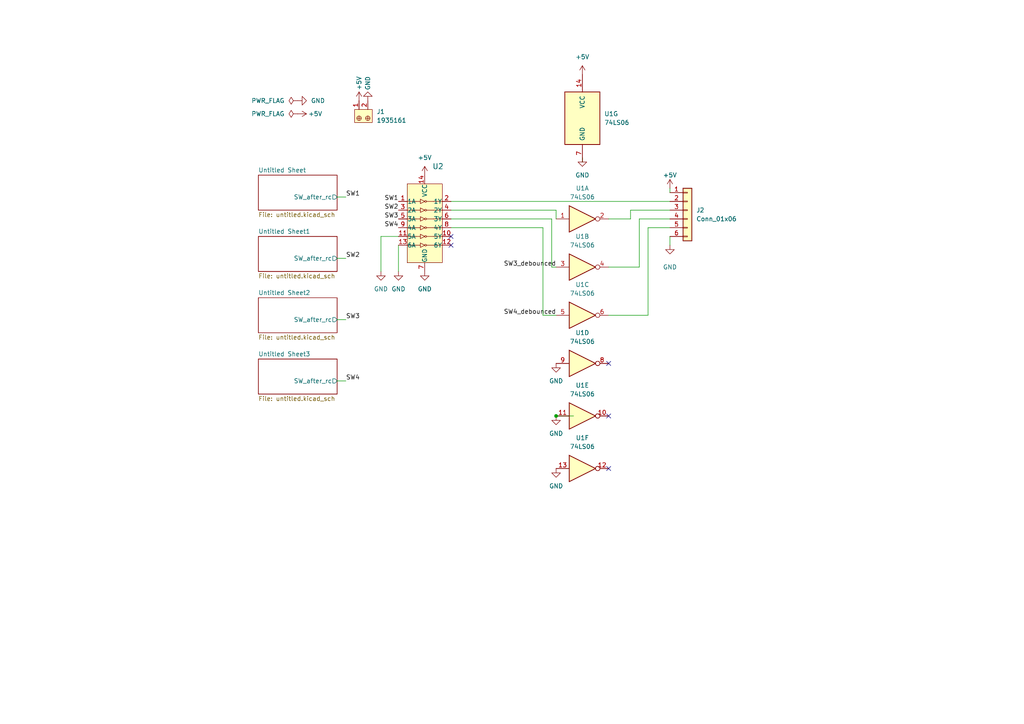
<source format=kicad_sch>
(kicad_sch (version 20230121) (generator eeschema)

  (uuid c1ca48d9-ccf5-4728-b041-a254d6a16158)

  (paper "A4")

  (lib_symbols
    (symbol "74xx:74LS06" (pin_names (offset 1.016)) (in_bom yes) (on_board yes)
      (property "Reference" "U" (at 0 1.27 0)
        (effects (font (size 1.27 1.27)))
      )
      (property "Value" "74LS06" (at 0 -1.27 0)
        (effects (font (size 1.27 1.27)))
      )
      (property "Footprint" "" (at 0 0 0)
        (effects (font (size 1.27 1.27)) hide)
      )
      (property "Datasheet" "http://www.ti.com/lit/gpn/sn74LS06" (at 0 0 0)
        (effects (font (size 1.27 1.27)) hide)
      )
      (property "ki_locked" "" (at 0 0 0)
        (effects (font (size 1.27 1.27)))
      )
      (property "ki_keywords" "TTL not inv OpenCol" (at 0 0 0)
        (effects (font (size 1.27 1.27)) hide)
      )
      (property "ki_description" "Inverter Open Collect" (at 0 0 0)
        (effects (font (size 1.27 1.27)) hide)
      )
      (property "ki_fp_filters" "DIP*W7.62mm*" (at 0 0 0)
        (effects (font (size 1.27 1.27)) hide)
      )
      (symbol "74LS06_1_0"
        (polyline
          (pts
            (xy -3.81 3.81)
            (xy -3.81 -3.81)
            (xy 3.81 0)
            (xy -3.81 3.81)
          )
          (stroke (width 0.254) (type default))
          (fill (type background))
        )
        (pin input line (at -7.62 0 0) (length 3.81)
          (name "~" (effects (font (size 1.27 1.27))))
          (number "1" (effects (font (size 1.27 1.27))))
        )
        (pin open_collector inverted (at 7.62 0 180) (length 3.81)
          (name "~" (effects (font (size 1.27 1.27))))
          (number "2" (effects (font (size 1.27 1.27))))
        )
      )
      (symbol "74LS06_2_0"
        (polyline
          (pts
            (xy -3.81 3.81)
            (xy -3.81 -3.81)
            (xy 3.81 0)
            (xy -3.81 3.81)
          )
          (stroke (width 0.254) (type default))
          (fill (type background))
        )
        (pin input line (at -7.62 0 0) (length 3.81)
          (name "~" (effects (font (size 1.27 1.27))))
          (number "3" (effects (font (size 1.27 1.27))))
        )
        (pin open_collector inverted (at 7.62 0 180) (length 3.81)
          (name "~" (effects (font (size 1.27 1.27))))
          (number "4" (effects (font (size 1.27 1.27))))
        )
      )
      (symbol "74LS06_3_0"
        (polyline
          (pts
            (xy -3.81 3.81)
            (xy -3.81 -3.81)
            (xy 3.81 0)
            (xy -3.81 3.81)
          )
          (stroke (width 0.254) (type default))
          (fill (type background))
        )
        (pin input line (at -7.62 0 0) (length 3.81)
          (name "~" (effects (font (size 1.27 1.27))))
          (number "5" (effects (font (size 1.27 1.27))))
        )
        (pin open_collector inverted (at 7.62 0 180) (length 3.81)
          (name "~" (effects (font (size 1.27 1.27))))
          (number "6" (effects (font (size 1.27 1.27))))
        )
      )
      (symbol "74LS06_4_0"
        (polyline
          (pts
            (xy -3.81 3.81)
            (xy -3.81 -3.81)
            (xy 3.81 0)
            (xy -3.81 3.81)
          )
          (stroke (width 0.254) (type default))
          (fill (type background))
        )
        (pin open_collector inverted (at 7.62 0 180) (length 3.81)
          (name "~" (effects (font (size 1.27 1.27))))
          (number "8" (effects (font (size 1.27 1.27))))
        )
        (pin input line (at -7.62 0 0) (length 3.81)
          (name "~" (effects (font (size 1.27 1.27))))
          (number "9" (effects (font (size 1.27 1.27))))
        )
      )
      (symbol "74LS06_5_0"
        (polyline
          (pts
            (xy -3.81 3.81)
            (xy -3.81 -3.81)
            (xy 3.81 0)
            (xy -3.81 3.81)
          )
          (stroke (width 0.254) (type default))
          (fill (type background))
        )
        (pin open_collector inverted (at 7.62 0 180) (length 3.81)
          (name "~" (effects (font (size 1.27 1.27))))
          (number "10" (effects (font (size 1.27 1.27))))
        )
        (pin input line (at -7.62 0 0) (length 3.81)
          (name "~" (effects (font (size 1.27 1.27))))
          (number "11" (effects (font (size 1.27 1.27))))
        )
      )
      (symbol "74LS06_6_0"
        (polyline
          (pts
            (xy -3.81 3.81)
            (xy -3.81 -3.81)
            (xy 3.81 0)
            (xy -3.81 3.81)
          )
          (stroke (width 0.254) (type default))
          (fill (type background))
        )
        (pin open_collector inverted (at 7.62 0 180) (length 3.81)
          (name "~" (effects (font (size 1.27 1.27))))
          (number "12" (effects (font (size 1.27 1.27))))
        )
        (pin input line (at -7.62 0 0) (length 3.81)
          (name "~" (effects (font (size 1.27 1.27))))
          (number "13" (effects (font (size 1.27 1.27))))
        )
      )
      (symbol "74LS06_7_0"
        (pin power_in line (at 0 12.7 270) (length 5.08)
          (name "VCC" (effects (font (size 1.27 1.27))))
          (number "14" (effects (font (size 1.27 1.27))))
        )
        (pin power_in line (at 0 -12.7 90) (length 5.08)
          (name "GND" (effects (font (size 1.27 1.27))))
          (number "7" (effects (font (size 1.27 1.27))))
        )
      )
      (symbol "74LS06_7_1"
        (rectangle (start -5.08 7.62) (end 5.08 -7.62)
          (stroke (width 0.254) (type default))
          (fill (type background))
        )
      )
    )
    (symbol "Connector_Generic:Conn_01x06" (pin_names (offset 1.016) hide) (in_bom yes) (on_board yes)
      (property "Reference" "J" (at 0 7.62 0)
        (effects (font (size 1.27 1.27)))
      )
      (property "Value" "Conn_01x06" (at 0 -10.16 0)
        (effects (font (size 1.27 1.27)))
      )
      (property "Footprint" "" (at 0 0 0)
        (effects (font (size 1.27 1.27)) hide)
      )
      (property "Datasheet" "~" (at 0 0 0)
        (effects (font (size 1.27 1.27)) hide)
      )
      (property "ki_keywords" "connector" (at 0 0 0)
        (effects (font (size 1.27 1.27)) hide)
      )
      (property "ki_description" "Generic connector, single row, 01x06, script generated (kicad-library-utils/schlib/autogen/connector/)" (at 0 0 0)
        (effects (font (size 1.27 1.27)) hide)
      )
      (property "ki_fp_filters" "Connector*:*_1x??_*" (at 0 0 0)
        (effects (font (size 1.27 1.27)) hide)
      )
      (symbol "Conn_01x06_1_1"
        (rectangle (start -1.27 -7.493) (end 0 -7.747)
          (stroke (width 0.1524) (type default))
          (fill (type none))
        )
        (rectangle (start -1.27 -4.953) (end 0 -5.207)
          (stroke (width 0.1524) (type default))
          (fill (type none))
        )
        (rectangle (start -1.27 -2.413) (end 0 -2.667)
          (stroke (width 0.1524) (type default))
          (fill (type none))
        )
        (rectangle (start -1.27 0.127) (end 0 -0.127)
          (stroke (width 0.1524) (type default))
          (fill (type none))
        )
        (rectangle (start -1.27 2.667) (end 0 2.413)
          (stroke (width 0.1524) (type default))
          (fill (type none))
        )
        (rectangle (start -1.27 5.207) (end 0 4.953)
          (stroke (width 0.1524) (type default))
          (fill (type none))
        )
        (rectangle (start -1.27 6.35) (end 1.27 -8.89)
          (stroke (width 0.254) (type default))
          (fill (type background))
        )
        (pin passive line (at -5.08 5.08 0) (length 3.81)
          (name "Pin_1" (effects (font (size 1.27 1.27))))
          (number "1" (effects (font (size 1.27 1.27))))
        )
        (pin passive line (at -5.08 2.54 0) (length 3.81)
          (name "Pin_2" (effects (font (size 1.27 1.27))))
          (number "2" (effects (font (size 1.27 1.27))))
        )
        (pin passive line (at -5.08 0 0) (length 3.81)
          (name "Pin_3" (effects (font (size 1.27 1.27))))
          (number "3" (effects (font (size 1.27 1.27))))
        )
        (pin passive line (at -5.08 -2.54 0) (length 3.81)
          (name "Pin_4" (effects (font (size 1.27 1.27))))
          (number "4" (effects (font (size 1.27 1.27))))
        )
        (pin passive line (at -5.08 -5.08 0) (length 3.81)
          (name "Pin_5" (effects (font (size 1.27 1.27))))
          (number "5" (effects (font (size 1.27 1.27))))
        )
        (pin passive line (at -5.08 -7.62 0) (length 3.81)
          (name "Pin_6" (effects (font (size 1.27 1.27))))
          (number "6" (effects (font (size 1.27 1.27))))
        )
      )
    )
    (symbol "dk_Logic-Gates-and-Inverters:SN74HC14N" (pin_names (offset 0.0254)) (in_bom yes) (on_board yes)
      (property "Reference" "U" (at -2.54 13.716 0)
        (effects (font (size 1.524 1.524)) (justify right))
      )
      (property "Value" "SN74HC14N" (at 0.254 -11.43 0)
        (effects (font (size 1.524 1.524)) (justify left))
      )
      (property "Footprint" "digikey-footprints:DIP-14_W3mm" (at 5.08 5.08 0)
        (effects (font (size 1.524 1.524)) (justify left) hide)
      )
      (property "Datasheet" "http://www.ti.com/general/docs/suppproductinfo.tsp?distId=10&gotoUrl=http%3A%2F%2Fwww.ti.com%2Flit%2Fgpn%2Fsn74hc14" (at 5.08 7.62 0)
        (effects (font (size 1.524 1.524)) (justify left) hide)
      )
      (property "Digi-Key_PN" "296-1577-5-ND" (at 5.08 10.16 0)
        (effects (font (size 1.524 1.524)) (justify left) hide)
      )
      (property "MPN" "SN74HC14N" (at 5.08 12.7 0)
        (effects (font (size 1.524 1.524)) (justify left) hide)
      )
      (property "Category" "Integrated Circuits (ICs)" (at 5.08 15.24 0)
        (effects (font (size 1.524 1.524)) (justify left) hide)
      )
      (property "Family" "Logic - Gates and Inverters" (at 5.08 17.78 0)
        (effects (font (size 1.524 1.524)) (justify left) hide)
      )
      (property "DK_Datasheet_Link" "http://www.ti.com/general/docs/suppproductinfo.tsp?distId=10&gotoUrl=http%3A%2F%2Fwww.ti.com%2Flit%2Fgpn%2Fsn74hc14" (at 5.08 20.32 0)
        (effects (font (size 1.524 1.524)) (justify left) hide)
      )
      (property "DK_Detail_Page" "/product-detail/en/texas-instruments/SN74HC14N/296-1577-5-ND/277223" (at 5.08 22.86 0)
        (effects (font (size 1.524 1.524)) (justify left) hide)
      )
      (property "Description" "IC INVERTER SCHMITT 6CH 14DIP" (at 5.08 25.4 0)
        (effects (font (size 1.524 1.524)) (justify left) hide)
      )
      (property "Manufacturer" "Texas Instruments" (at 5.08 27.94 0)
        (effects (font (size 1.524 1.524)) (justify left) hide)
      )
      (property "Status" "Active" (at 5.08 30.48 0)
        (effects (font (size 1.524 1.524)) (justify left) hide)
      )
      (property "ki_keywords" "296-1577-5-ND 74HC" (at 0 0 0)
        (effects (font (size 1.27 1.27)) hide)
      )
      (property "ki_description" "IC INVERTER SCHMITT 6CH 14DIP" (at 0 0 0)
        (effects (font (size 1.27 1.27)) hide)
      )
      (symbol "SN74HC14N_0_1"
        (rectangle (start -5.08 12.7) (end 5.08 -10.16)
          (stroke (width 0) (type solid))
          (fill (type background))
        )
        (polyline
          (pts
            (xy -2.54 -5.08)
            (xy -5.08 -5.08)
          )
          (stroke (width 0) (type solid))
          (fill (type none))
        )
        (polyline
          (pts
            (xy -2.54 -2.54)
            (xy -5.08 -2.54)
          )
          (stroke (width 0) (type solid))
          (fill (type none))
        )
        (polyline
          (pts
            (xy -2.54 -2.54)
            (xy -1.27 -2.54)
          )
          (stroke (width 0) (type solid))
          (fill (type none))
        )
        (polyline
          (pts
            (xy -2.54 0)
            (xy -5.08 0)
          )
          (stroke (width 0) (type solid))
          (fill (type none))
        )
        (polyline
          (pts
            (xy -2.54 2.54)
            (xy -5.08 2.54)
          )
          (stroke (width 0) (type solid))
          (fill (type none))
        )
        (polyline
          (pts
            (xy -2.54 2.54)
            (xy -1.27 2.54)
          )
          (stroke (width 0) (type solid))
          (fill (type none))
        )
        (polyline
          (pts
            (xy -2.54 5.08)
            (xy -5.08 5.08)
          )
          (stroke (width 0) (type solid))
          (fill (type none))
        )
        (polyline
          (pts
            (xy -2.54 7.62)
            (xy -5.08 7.62)
          )
          (stroke (width 0) (type solid))
          (fill (type none))
        )
        (polyline
          (pts
            (xy -1.27 -5.08)
            (xy -2.54 -5.08)
          )
          (stroke (width 0) (type solid))
          (fill (type none))
        )
        (polyline
          (pts
            (xy -1.27 0)
            (xy -2.54 0)
          )
          (stroke (width 0) (type solid))
          (fill (type none))
        )
        (polyline
          (pts
            (xy -1.27 5.08)
            (xy -2.54 5.08)
          )
          (stroke (width 0) (type solid))
          (fill (type none))
        )
        (polyline
          (pts
            (xy -1.27 7.62)
            (xy -2.54 7.62)
          )
          (stroke (width 0) (type solid))
          (fill (type none))
        )
        (polyline
          (pts
            (xy 0.508 -5.08)
            (xy 2.54 -5.08)
          )
          (stroke (width 0) (type solid))
          (fill (type none))
        )
        (polyline
          (pts
            (xy 0.508 0)
            (xy 2.54 0)
          )
          (stroke (width 0) (type solid))
          (fill (type none))
        )
        (polyline
          (pts
            (xy 0.508 2.54)
            (xy 2.54 2.54)
          )
          (stroke (width 0) (type solid))
          (fill (type none))
        )
        (polyline
          (pts
            (xy 0.508 5.08)
            (xy 2.54 5.08)
          )
          (stroke (width 0) (type solid))
          (fill (type none))
        )
        (polyline
          (pts
            (xy 2.54 -2.54)
            (xy 0.508 -2.54)
          )
          (stroke (width 0) (type solid))
          (fill (type none))
        )
        (polyline
          (pts
            (xy 2.54 7.62)
            (xy 0.508 7.62)
          )
          (stroke (width 0) (type solid))
          (fill (type none))
        )
        (polyline
          (pts
            (xy 5.08 -5.08)
            (xy 2.54 -5.08)
          )
          (stroke (width 0) (type solid))
          (fill (type none))
        )
        (polyline
          (pts
            (xy 5.08 -2.54)
            (xy 2.54 -2.54)
          )
          (stroke (width 0) (type solid))
          (fill (type none))
        )
        (polyline
          (pts
            (xy 5.08 0)
            (xy 2.54 0)
          )
          (stroke (width 0) (type solid))
          (fill (type none))
        )
        (polyline
          (pts
            (xy 5.08 2.54)
            (xy 2.54 2.54)
          )
          (stroke (width 0) (type solid))
          (fill (type none))
        )
        (polyline
          (pts
            (xy 5.08 5.08)
            (xy 2.54 5.08)
          )
          (stroke (width 0) (type solid))
          (fill (type none))
        )
        (polyline
          (pts
            (xy 5.08 7.62)
            (xy 2.54 7.62)
          )
          (stroke (width 0) (type solid))
          (fill (type none))
        )
        (polyline
          (pts
            (xy -1.27 -4.445)
            (xy -1.27 -5.715)
            (xy 0 -5.08)
            (xy -1.27 -4.445)
          )
          (stroke (width 0) (type solid))
          (fill (type none))
        )
        (polyline
          (pts
            (xy -1.27 -1.905)
            (xy -1.27 -3.175)
            (xy 0 -2.54)
            (xy -1.27 -1.905)
          )
          (stroke (width 0) (type solid))
          (fill (type none))
        )
        (polyline
          (pts
            (xy -1.27 0.635)
            (xy -1.27 -0.635)
            (xy 0 0)
            (xy -1.27 0.635)
          )
          (stroke (width 0) (type solid))
          (fill (type none))
        )
        (polyline
          (pts
            (xy -1.27 3.175)
            (xy -1.27 1.905)
            (xy 0 2.54)
            (xy -1.27 3.175)
          )
          (stroke (width 0) (type solid))
          (fill (type none))
        )
        (polyline
          (pts
            (xy -1.27 5.715)
            (xy -1.27 4.445)
            (xy 0 5.08)
            (xy -1.27 5.715)
          )
          (stroke (width 0) (type solid))
          (fill (type none))
        )
        (polyline
          (pts
            (xy -1.27 8.255)
            (xy -1.27 6.985)
            (xy 0 7.62)
            (xy -1.27 8.255)
          )
          (stroke (width 0) (type solid))
          (fill (type none))
        )
        (circle (center 0.254 -5.08) (radius 0.254)
          (stroke (width 0) (type solid))
          (fill (type none))
        )
        (circle (center 0.254 -2.54) (radius 0.254)
          (stroke (width 0) (type solid))
          (fill (type none))
        )
        (circle (center 0.254 0) (radius 0.254)
          (stroke (width 0) (type solid))
          (fill (type none))
        )
        (circle (center 0.254 2.54) (radius 0.254)
          (stroke (width 0) (type solid))
          (fill (type none))
        )
        (circle (center 0.254 5.08) (radius 0.254)
          (stroke (width 0) (type solid))
          (fill (type none))
        )
        (circle (center 0.254 7.62) (radius 0.254)
          (stroke (width 0) (type solid))
          (fill (type none))
        )
      )
      (symbol "SN74HC14N_1_1"
        (pin input line (at -7.62 7.62 0) (length 2.54)
          (name "1A" (effects (font (size 1.27 1.27))))
          (number "1" (effects (font (size 1.27 1.27))))
        )
        (pin output line (at 7.62 -2.54 180) (length 2.54)
          (name "5Y" (effects (font (size 1.27 1.27))))
          (number "10" (effects (font (size 1.27 1.27))))
        )
        (pin input line (at -7.62 -2.54 0) (length 2.54)
          (name "5A" (effects (font (size 1.27 1.27))))
          (number "11" (effects (font (size 1.27 1.27))))
        )
        (pin output line (at 7.62 -5.08 180) (length 2.54)
          (name "6Y" (effects (font (size 1.27 1.27))))
          (number "12" (effects (font (size 1.27 1.27))))
        )
        (pin input line (at -7.62 -5.08 0) (length 2.54)
          (name "6A" (effects (font (size 1.27 1.27))))
          (number "13" (effects (font (size 1.27 1.27))))
        )
        (pin power_in line (at 0 15.24 270) (length 2.54)
          (name "VCC" (effects (font (size 1.27 1.27))))
          (number "14" (effects (font (size 1.27 1.27))))
        )
        (pin output line (at 7.62 7.62 180) (length 2.54)
          (name "1Y" (effects (font (size 1.27 1.27))))
          (number "2" (effects (font (size 1.27 1.27))))
        )
        (pin input line (at -7.62 5.08 0) (length 2.54)
          (name "2A" (effects (font (size 1.27 1.27))))
          (number "3" (effects (font (size 1.27 1.27))))
        )
        (pin output line (at 7.62 5.08 180) (length 2.54)
          (name "2Y" (effects (font (size 1.27 1.27))))
          (number "4" (effects (font (size 1.27 1.27))))
        )
        (pin input line (at -7.62 2.54 0) (length 2.54)
          (name "3A" (effects (font (size 1.27 1.27))))
          (number "5" (effects (font (size 1.27 1.27))))
        )
        (pin output line (at 7.62 2.54 180) (length 2.54)
          (name "3Y" (effects (font (size 1.27 1.27))))
          (number "6" (effects (font (size 1.27 1.27))))
        )
        (pin power_in line (at 0 -12.7 90) (length 2.54)
          (name "GND" (effects (font (size 1.27 1.27))))
          (number "7" (effects (font (size 1.27 1.27))))
        )
        (pin output line (at 7.62 0 180) (length 2.54)
          (name "4Y" (effects (font (size 1.27 1.27))))
          (number "8" (effects (font (size 1.27 1.27))))
        )
        (pin input line (at -7.62 0 0) (length 2.54)
          (name "4A" (effects (font (size 1.27 1.27))))
          (number "9" (effects (font (size 1.27 1.27))))
        )
      )
    )
    (symbol "dk_Terminal-Blocks-Wire-to-Board:1935161" (pin_names (offset 1.016)) (in_bom yes) (on_board yes)
      (property "Reference" "J" (at -1.27 5.08 0)
        (effects (font (size 1.27 1.27)) (justify right))
      )
      (property "Value" "1935161" (at 1.27 -2.54 0)
        (effects (font (size 1.27 1.27)))
      )
      (property "Footprint" "digikey-footprints:Terminal_Block_D1.3mm_P5mm" (at 5.08 5.08 0)
        (effects (font (size 1.524 1.524)) (justify left) hide)
      )
      (property "Datasheet" "https://media.digikey.com/pdf/Data%20Sheets/Phoenix%20Contact%20PDFs/1935161.pdf" (at 5.08 7.62 0)
        (effects (font (size 1.524 1.524)) (justify left) hide)
      )
      (property "Digi-Key_PN" "277-1667-ND" (at 5.08 10.16 0)
        (effects (font (size 1.524 1.524)) (justify left) hide)
      )
      (property "MPN" "1935161" (at 5.08 12.7 0)
        (effects (font (size 1.524 1.524)) (justify left) hide)
      )
      (property "Category" "Connectors, Interconnects" (at 5.08 15.24 0)
        (effects (font (size 1.524 1.524)) (justify left) hide)
      )
      (property "Family" "Terminal Blocks - Wire to Board" (at 5.08 17.78 0)
        (effects (font (size 1.524 1.524)) (justify left) hide)
      )
      (property "DK_Datasheet_Link" "https://media.digikey.com/pdf/Data%20Sheets/Phoenix%20Contact%20PDFs/1935161.pdf" (at 5.08 20.32 0)
        (effects (font (size 1.524 1.524)) (justify left) hide)
      )
      (property "DK_Detail_Page" "/product-detail/en/phoenix-contact/1935161/277-1667-ND/568614" (at 5.08 22.86 0)
        (effects (font (size 1.524 1.524)) (justify left) hide)
      )
      (property "Description" "TERM BLK 2POS SIDE ENTRY 5MM PCB" (at 5.08 25.4 0)
        (effects (font (size 1.524 1.524)) (justify left) hide)
      )
      (property "Manufacturer" "Phoenix Contact" (at 5.08 27.94 0)
        (effects (font (size 1.524 1.524)) (justify left) hide)
      )
      (property "Status" "Active" (at 5.08 30.48 0)
        (effects (font (size 1.524 1.524)) (justify left) hide)
      )
      (property "ki_keywords" "277-1667-ND COMBICON PT" (at 0 0 0)
        (effects (font (size 1.27 1.27)) hide)
      )
      (property "ki_description" "TERM BLK 2POS SIDE ENTRY 5MM PCB" (at 0 0 0)
        (effects (font (size 1.27 1.27)) hide)
      )
      (symbol "1935161_0_1"
        (rectangle (start -1.27 2.54) (end 3.81 -1.27)
          (stroke (width 0) (type solid))
          (fill (type background))
        )
        (polyline
          (pts
            (xy 0 0.635)
            (xy 0 -0.635)
          )
          (stroke (width 0) (type solid))
          (fill (type none))
        )
        (polyline
          (pts
            (xy 0.635 0)
            (xy -0.635 0)
          )
          (stroke (width 0) (type solid))
          (fill (type none))
        )
        (polyline
          (pts
            (xy 1.905 0)
            (xy 3.175 0)
          )
          (stroke (width 0) (type solid))
          (fill (type none))
        )
        (polyline
          (pts
            (xy 2.54 0.635)
            (xy 2.54 -0.635)
          )
          (stroke (width 0) (type solid))
          (fill (type none))
        )
        (circle (center 0 0) (radius 0.635)
          (stroke (width 0) (type solid))
          (fill (type none))
        )
        (circle (center 2.54 0) (radius 0.635)
          (stroke (width 0) (type solid))
          (fill (type none))
        )
      )
      (symbol "1935161_1_1"
        (pin passive line (at 0 5.08 270) (length 2.54)
          (name "~" (effects (font (size 1.27 1.27))))
          (number "1" (effects (font (size 1.27 1.27))))
        )
        (pin passive line (at 2.54 5.08 270) (length 2.54)
          (name "~" (effects (font (size 1.27 1.27))))
          (number "2" (effects (font (size 1.27 1.27))))
        )
      )
    )
    (symbol "power:+5V" (power) (pin_names (offset 0)) (in_bom yes) (on_board yes)
      (property "Reference" "#PWR" (at 0 -3.81 0)
        (effects (font (size 1.27 1.27)) hide)
      )
      (property "Value" "+5V" (at 0 3.556 0)
        (effects (font (size 1.27 1.27)))
      )
      (property "Footprint" "" (at 0 0 0)
        (effects (font (size 1.27 1.27)) hide)
      )
      (property "Datasheet" "" (at 0 0 0)
        (effects (font (size 1.27 1.27)) hide)
      )
      (property "ki_keywords" "global power" (at 0 0 0)
        (effects (font (size 1.27 1.27)) hide)
      )
      (property "ki_description" "Power symbol creates a global label with name \"+5V\"" (at 0 0 0)
        (effects (font (size 1.27 1.27)) hide)
      )
      (symbol "+5V_0_1"
        (polyline
          (pts
            (xy -0.762 1.27)
            (xy 0 2.54)
          )
          (stroke (width 0) (type default))
          (fill (type none))
        )
        (polyline
          (pts
            (xy 0 0)
            (xy 0 2.54)
          )
          (stroke (width 0) (type default))
          (fill (type none))
        )
        (polyline
          (pts
            (xy 0 2.54)
            (xy 0.762 1.27)
          )
          (stroke (width 0) (type default))
          (fill (type none))
        )
      )
      (symbol "+5V_1_1"
        (pin power_in line (at 0 0 90) (length 0) hide
          (name "+5V" (effects (font (size 1.27 1.27))))
          (number "1" (effects (font (size 1.27 1.27))))
        )
      )
    )
    (symbol "power:GND" (power) (pin_names (offset 0)) (in_bom yes) (on_board yes)
      (property "Reference" "#PWR" (at 0 -6.35 0)
        (effects (font (size 1.27 1.27)) hide)
      )
      (property "Value" "GND" (at 0 -3.81 0)
        (effects (font (size 1.27 1.27)))
      )
      (property "Footprint" "" (at 0 0 0)
        (effects (font (size 1.27 1.27)) hide)
      )
      (property "Datasheet" "" (at 0 0 0)
        (effects (font (size 1.27 1.27)) hide)
      )
      (property "ki_keywords" "global power" (at 0 0 0)
        (effects (font (size 1.27 1.27)) hide)
      )
      (property "ki_description" "Power symbol creates a global label with name \"GND\" , ground" (at 0 0 0)
        (effects (font (size 1.27 1.27)) hide)
      )
      (symbol "GND_0_1"
        (polyline
          (pts
            (xy 0 0)
            (xy 0 -1.27)
            (xy 1.27 -1.27)
            (xy 0 -2.54)
            (xy -1.27 -1.27)
            (xy 0 -1.27)
          )
          (stroke (width 0) (type default))
          (fill (type none))
        )
      )
      (symbol "GND_1_1"
        (pin power_in line (at 0 0 270) (length 0) hide
          (name "GND" (effects (font (size 1.27 1.27))))
          (number "1" (effects (font (size 1.27 1.27))))
        )
      )
    )
    (symbol "power:PWR_FLAG" (power) (pin_numbers hide) (pin_names (offset 0) hide) (in_bom yes) (on_board yes)
      (property "Reference" "#FLG" (at 0 1.905 0)
        (effects (font (size 1.27 1.27)) hide)
      )
      (property "Value" "PWR_FLAG" (at 0 3.81 0)
        (effects (font (size 1.27 1.27)))
      )
      (property "Footprint" "" (at 0 0 0)
        (effects (font (size 1.27 1.27)) hide)
      )
      (property "Datasheet" "~" (at 0 0 0)
        (effects (font (size 1.27 1.27)) hide)
      )
      (property "ki_keywords" "flag power" (at 0 0 0)
        (effects (font (size 1.27 1.27)) hide)
      )
      (property "ki_description" "Special symbol for telling ERC where power comes from" (at 0 0 0)
        (effects (font (size 1.27 1.27)) hide)
      )
      (symbol "PWR_FLAG_0_0"
        (pin power_out line (at 0 0 90) (length 0)
          (name "pwr" (effects (font (size 1.27 1.27))))
          (number "1" (effects (font (size 1.27 1.27))))
        )
      )
      (symbol "PWR_FLAG_0_1"
        (polyline
          (pts
            (xy 0 0)
            (xy 0 1.27)
            (xy -1.016 1.905)
            (xy 0 2.54)
            (xy 1.016 1.905)
            (xy 0 1.27)
          )
          (stroke (width 0) (type default))
          (fill (type none))
        )
      )
    )
  )

  (junction (at 161.29 120.65) (diameter 0) (color 0 0 0 0)
    (uuid ced947c0-4962-4b9b-9bf1-63805792748d)
  )

  (no_connect (at 130.81 71.12) (uuid 0871175e-5a15-4de7-af06-326d8367e2e6))
  (no_connect (at 176.53 105.41) (uuid 14cd0e46-1ab3-46f0-9b4c-e0ac25e55d09))
  (no_connect (at 130.81 68.58) (uuid 1585b387-b5ce-42a1-bc8e-c9aa9770d18d))
  (no_connect (at 176.53 135.89) (uuid 5c48e229-254a-4d4c-962b-dc280488bea1))
  (no_connect (at 176.53 120.65) (uuid ae830387-e38d-474a-9090-67b26badec2f))

  (wire (pts (xy 110.49 68.58) (xy 115.57 68.58))
    (stroke (width 0) (type default))
    (uuid 01036d01-6c6e-457d-8c13-51fc91697bbc)
  )
  (wire (pts (xy 187.96 91.44) (xy 187.96 66.04))
    (stroke (width 0) (type default))
    (uuid 0dbcb992-abc8-4cdd-a472-709973c19d33)
  )
  (wire (pts (xy 161.29 60.96) (xy 161.29 63.5))
    (stroke (width 0) (type default))
    (uuid 1090f8eb-c5b4-4e4b-b1fb-b3cf4c6619f5)
  )
  (wire (pts (xy 157.48 91.44) (xy 161.29 91.44))
    (stroke (width 0) (type default))
    (uuid 16e64cf1-9c89-4163-b7fc-ab55cda28af8)
  )
  (wire (pts (xy 176.53 63.5) (xy 182.88 63.5))
    (stroke (width 0) (type default))
    (uuid 241e9afa-0943-4bf0-abdb-7796921bb526)
  )
  (wire (pts (xy 187.96 66.04) (xy 194.31 66.04))
    (stroke (width 0) (type default))
    (uuid 31414c8e-d14b-482e-a13b-42a95ebef02a)
  )
  (wire (pts (xy 185.42 77.47) (xy 185.42 63.5))
    (stroke (width 0) (type default))
    (uuid 396ced86-4191-4884-b146-309409de37f0)
  )
  (wire (pts (xy 97.79 74.93) (xy 100.33 74.93))
    (stroke (width 0) (type default))
    (uuid 459a986d-d154-4375-9e3c-e88216bbf0a7)
  )
  (wire (pts (xy 182.88 63.5) (xy 182.88 60.96))
    (stroke (width 0) (type default))
    (uuid 46b912dd-3af2-4b25-8e02-650bce55da51)
  )
  (wire (pts (xy 130.81 60.96) (xy 161.29 60.96))
    (stroke (width 0) (type default))
    (uuid 49d6cb8c-c271-48fa-83c1-55df46e7cee5)
  )
  (wire (pts (xy 160.02 63.5) (xy 160.02 77.47))
    (stroke (width 0) (type default))
    (uuid 54ab71d5-0007-4d56-91c3-635029ddb216)
  )
  (wire (pts (xy 97.79 92.71) (xy 100.33 92.71))
    (stroke (width 0) (type default))
    (uuid 5f81b071-425a-4fe3-b0ae-8a92526e93f6)
  )
  (wire (pts (xy 97.79 110.49) (xy 100.33 110.49))
    (stroke (width 0) (type default))
    (uuid 661a6a8e-0550-44ff-ac90-9d169f4c53de)
  )
  (wire (pts (xy 110.49 78.74) (xy 110.49 68.58))
    (stroke (width 0) (type default))
    (uuid 73c1f21b-b249-44c0-904a-04bfb3ece045)
  )
  (wire (pts (xy 185.42 63.5) (xy 194.31 63.5))
    (stroke (width 0) (type default))
    (uuid 8b9cdca7-ac57-491c-8b55-fbc9b1b0d21e)
  )
  (wire (pts (xy 161.29 120.65) (xy 166.37 120.65))
    (stroke (width 0) (type default))
    (uuid 97edf4fc-e7b1-46bf-b7b4-46c6114703c7)
  )
  (wire (pts (xy 194.31 55.88) (xy 194.31 54.61))
    (stroke (width 0) (type default))
    (uuid a984ee29-944e-4817-851f-5673722885c4)
  )
  (wire (pts (xy 168.91 46.99) (xy 168.91 45.72))
    (stroke (width 0) (type default))
    (uuid b280bd15-f24b-4191-be9e-7ba37aa31e62)
  )
  (wire (pts (xy 130.81 58.42) (xy 194.31 58.42))
    (stroke (width 0) (type default))
    (uuid b8680b16-661a-4e19-911a-c35d4f64e0cf)
  )
  (wire (pts (xy 130.81 66.04) (xy 157.48 66.04))
    (stroke (width 0) (type default))
    (uuid bb9b4fbe-70ef-4091-b1a6-9113770fb548)
  )
  (wire (pts (xy 115.57 71.12) (xy 115.57 78.74))
    (stroke (width 0) (type default))
    (uuid bbbaa9e3-df03-4bf3-b0b0-89efcda004a6)
  )
  (wire (pts (xy 160.02 77.47) (xy 161.29 77.47))
    (stroke (width 0) (type default))
    (uuid be58404f-3b91-4fa8-8aa5-ab9e834eb2be)
  )
  (wire (pts (xy 182.88 60.96) (xy 194.31 60.96))
    (stroke (width 0) (type default))
    (uuid bf1f58a4-3cd5-4cf4-a996-22a949c7e6d1)
  )
  (wire (pts (xy 157.48 66.04) (xy 157.48 91.44))
    (stroke (width 0) (type default))
    (uuid c25447e0-9387-4143-bd6e-d4a490e4c6aa)
  )
  (wire (pts (xy 194.31 68.58) (xy 194.31 71.12))
    (stroke (width 0) (type default))
    (uuid d3fb23a1-0ccb-4d17-b501-ad7f605802b6)
  )
  (wire (pts (xy 97.79 57.15) (xy 100.33 57.15))
    (stroke (width 0) (type default))
    (uuid f43fb9c5-d888-464c-a9bd-aa5dd746c617)
  )
  (wire (pts (xy 176.53 91.44) (xy 187.96 91.44))
    (stroke (width 0) (type default))
    (uuid f994a97b-88ec-4c96-b638-08ea62b0070d)
  )
  (wire (pts (xy 130.81 63.5) (xy 160.02 63.5))
    (stroke (width 0) (type default))
    (uuid fd004644-0f17-48e7-b791-7b702299a438)
  )
  (wire (pts (xy 176.53 77.47) (xy 185.42 77.47))
    (stroke (width 0) (type default))
    (uuid febb2a6d-ab22-416d-bbb2-b9315a94c704)
  )

  (label "SW4_debounced" (at 161.29 91.44 180) (fields_autoplaced)
    (effects (font (size 1.27 1.27)) (justify right bottom))
    (uuid 0b7d6ecd-e693-4a81-bf87-6df531f1a5e7)
  )
  (label "SW3_debounced" (at 161.29 77.47 180) (fields_autoplaced)
    (effects (font (size 1.27 1.27)) (justify right bottom))
    (uuid 0df31b04-ad1d-4fc9-bf3d-14e4f40129a3)
  )
  (label "SW3" (at 115.57 63.5 180) (fields_autoplaced)
    (effects (font (size 1.27 1.27)) (justify right bottom))
    (uuid 7ace4a12-fd5a-4a96-a05a-2593ee35d6a9)
  )
  (label "SW2" (at 115.57 60.96 180) (fields_autoplaced)
    (effects (font (size 1.27 1.27)) (justify right bottom))
    (uuid 8cfd2180-e19c-495a-81b4-f2f30ae3b133)
  )
  (label "SW1" (at 100.33 57.15 0) (fields_autoplaced)
    (effects (font (size 1.27 1.27)) (justify left bottom))
    (uuid 8dfb5274-4746-4380-9d01-896524bed76d)
  )
  (label "SW2" (at 100.33 74.93 0) (fields_autoplaced)
    (effects (font (size 1.27 1.27)) (justify left bottom))
    (uuid 985b5b2b-eadd-46a7-b1fd-07832b4222eb)
  )
  (label "SW4" (at 115.57 66.04 180) (fields_autoplaced)
    (effects (font (size 1.27 1.27)) (justify right bottom))
    (uuid a4c16281-a3d6-48d6-9083-3363a1011686)
  )
  (label "SW1" (at 115.57 58.42 180) (fields_autoplaced)
    (effects (font (size 1.27 1.27)) (justify right bottom))
    (uuid c7ad3a45-8700-4e22-aac7-72d773553e9b)
  )
  (label "SW3" (at 100.33 92.71 0) (fields_autoplaced)
    (effects (font (size 1.27 1.27)) (justify left bottom))
    (uuid e6eda15c-add5-45e1-aff1-12dd9151c8bd)
  )
  (label "SW4" (at 100.33 110.49 0) (fields_autoplaced)
    (effects (font (size 1.27 1.27)) (justify left bottom))
    (uuid f7b55eb0-a2db-4dc8-90dd-73f1192ec5e0)
  )

  (symbol (lib_id "74xx:74LS06") (at 168.91 91.44 0) (unit 3)
    (in_bom yes) (on_board yes) (dnp no) (fields_autoplaced)
    (uuid 00759fec-ea72-426c-80cc-c7cd92e47fb6)
    (property "Reference" "U1" (at 168.91 82.55 0)
      (effects (font (size 1.27 1.27)))
    )
    (property "Value" "74LS06" (at 168.91 85.09 0)
      (effects (font (size 1.27 1.27)))
    )
    (property "Footprint" "Package_DIP:DIP-14_W7.62mm" (at 168.91 91.44 0)
      (effects (font (size 1.27 1.27)) hide)
    )
    (property "Datasheet" "http://www.ti.com/lit/gpn/sn74LS06" (at 168.91 91.44 0)
      (effects (font (size 1.27 1.27)) hide)
    )
    (pin "1" (uuid eac3101e-b613-493b-9c96-78c1fa5452fd))
    (pin "2" (uuid 68304244-86b7-42f8-a444-b3de4b665094))
    (pin "3" (uuid fdf44155-f069-47f2-ab97-324c81a14b64))
    (pin "4" (uuid 858c2b74-268e-40be-8b4c-5b62a5bfa382))
    (pin "5" (uuid 436dbd01-190d-4720-bf17-c8c4a3872b36))
    (pin "6" (uuid 75550e81-c8ce-44f2-bb91-f574f8d6d3d6))
    (pin "8" (uuid 68b07da9-a23e-4981-8667-6c26076c9f37))
    (pin "9" (uuid 473b0ef5-64ff-4dd8-af87-ff2931b90a4c))
    (pin "10" (uuid 69427651-f993-4f2a-b698-cfb4bc52b443))
    (pin "11" (uuid c4c20689-d364-4e0c-b347-2b1865864411))
    (pin "12" (uuid 11f389b1-af36-4023-8034-3fa7ca6ee22f))
    (pin "13" (uuid a82b9d2c-e754-452c-9e32-a6c0cb9867f4))
    (pin "14" (uuid 6e9b0eac-2f22-48a4-af96-18fbadd19da6))
    (pin "7" (uuid 8a69b59f-0e2e-462d-9044-7bafdc4435ca))
    (instances
      (project "4-button debouncer"
        (path "/c1ca48d9-ccf5-4728-b041-a254d6a16158"
          (reference "U1") (unit 3)
        )
      )
    )
  )

  (symbol (lib_id "power:+5V") (at 168.91 21.59 0) (unit 1)
    (in_bom yes) (on_board yes) (dnp no)
    (uuid 03bb3f28-e858-4ef7-bc72-32879e707c1f)
    (property "Reference" "#PWR01" (at 168.91 25.4 0)
      (effects (font (size 1.27 1.27)) hide)
    )
    (property "Value" "+5V" (at 168.91 16.51 0)
      (effects (font (size 1.27 1.27)))
    )
    (property "Footprint" "" (at 168.91 21.59 0)
      (effects (font (size 1.27 1.27)) hide)
    )
    (property "Datasheet" "" (at 168.91 21.59 0)
      (effects (font (size 1.27 1.27)) hide)
    )
    (pin "1" (uuid 086bb5d7-d1d7-4ea7-a1c8-7260e2b874fe))
    (instances
      (project "4-button debouncer"
        (path "/c1ca48d9-ccf5-4728-b041-a254d6a16158"
          (reference "#PWR01") (unit 1)
        )
      )
    )
  )

  (symbol (lib_id "power:+5V") (at 104.14 29.21 0) (unit 1)
    (in_bom yes) (on_board yes) (dnp no)
    (uuid 0fcf1581-04f4-4321-87b8-18e1571f35be)
    (property "Reference" "#PWR02" (at 104.14 33.02 0)
      (effects (font (size 1.27 1.27)) hide)
    )
    (property "Value" "+5V" (at 104.14 24.13 90)
      (effects (font (size 1.27 1.27)))
    )
    (property "Footprint" "" (at 104.14 29.21 0)
      (effects (font (size 1.27 1.27)) hide)
    )
    (property "Datasheet" "" (at 104.14 29.21 0)
      (effects (font (size 1.27 1.27)) hide)
    )
    (pin "1" (uuid 3c790ddd-ff97-4454-942b-3dcfad28299d))
    (instances
      (project "4-button debouncer"
        (path "/c1ca48d9-ccf5-4728-b041-a254d6a16158"
          (reference "#PWR02") (unit 1)
        )
      )
    )
  )

  (symbol (lib_id "dk_Logic-Gates-and-Inverters:SN74HC14N") (at 123.19 66.04 0) (unit 1)
    (in_bom yes) (on_board yes) (dnp no) (fields_autoplaced)
    (uuid 1205824a-bb17-4188-a0dd-db2aa1e0d7ef)
    (property "Reference" "U2" (at 125.3841 48.26 0)
      (effects (font (size 1.524 1.524)) (justify left))
    )
    (property "Value" "SN74HC14N" (at 125.3841 50.8 0)
      (effects (font (size 1.524 1.524)) (justify left) hide)
    )
    (property "Footprint" "digikey-footprints:DIP-14_W3mm" (at 128.27 60.96 0)
      (effects (font (size 1.524 1.524)) (justify left) hide)
    )
    (property "Datasheet" "http://www.ti.com/general/docs/suppproductinfo.tsp?distId=10&gotoUrl=http%3A%2F%2Fwww.ti.com%2Flit%2Fgpn%2Fsn74hc14" (at 128.27 58.42 0)
      (effects (font (size 1.524 1.524)) (justify left) hide)
    )
    (property "Digi-Key_PN" "296-1577-5-ND" (at 128.27 55.88 0)
      (effects (font (size 1.524 1.524)) (justify left) hide)
    )
    (property "MPN" "SN74HC14N" (at 128.27 53.34 0)
      (effects (font (size 1.524 1.524)) (justify left) hide)
    )
    (property "Category" "Integrated Circuits (ICs)" (at 128.27 50.8 0)
      (effects (font (size 1.524 1.524)) (justify left) hide)
    )
    (property "Family" "Logic - Gates and Inverters" (at 128.27 48.26 0)
      (effects (font (size 1.524 1.524)) (justify left) hide)
    )
    (property "DK_Datasheet_Link" "http://www.ti.com/general/docs/suppproductinfo.tsp?distId=10&gotoUrl=http%3A%2F%2Fwww.ti.com%2Flit%2Fgpn%2Fsn74hc14" (at 128.27 45.72 0)
      (effects (font (size 1.524 1.524)) (justify left) hide)
    )
    (property "DK_Detail_Page" "/product-detail/en/texas-instruments/SN74HC14N/296-1577-5-ND/277223" (at 128.27 43.18 0)
      (effects (font (size 1.524 1.524)) (justify left) hide)
    )
    (property "Description" "IC INVERTER SCHMITT 6CH 14DIP" (at 128.27 40.64 0)
      (effects (font (size 1.524 1.524)) (justify left) hide)
    )
    (property "Manufacturer" "Texas Instruments" (at 128.27 38.1 0)
      (effects (font (size 1.524 1.524)) (justify left) hide)
    )
    (property "Status" "Active" (at 128.27 35.56 0)
      (effects (font (size 1.524 1.524)) (justify left) hide)
    )
    (pin "1" (uuid 42021962-e914-4afa-95fd-174d771ba816))
    (pin "10" (uuid c11219a7-bed9-4720-8c85-af840c3db5f8))
    (pin "11" (uuid ed6741dc-59fa-4fec-a0dc-1a0068954982))
    (pin "12" (uuid b56818cd-14ec-4693-ad2d-333a9d939617))
    (pin "13" (uuid e8690bc8-6853-4860-89cb-bae202d2a02a))
    (pin "14" (uuid 7257a7ff-5336-45b9-8698-b8d7a33ae226))
    (pin "2" (uuid c7a0ef3f-8056-4aa1-98fc-57bdc1b5bf8d))
    (pin "3" (uuid 9c6b4900-b63d-420a-9532-5404c5f983dc))
    (pin "4" (uuid 98be6110-a713-40b1-9295-16359a291f4c))
    (pin "5" (uuid 6b36d764-930a-4735-b6fc-920eea5857f2))
    (pin "6" (uuid eaf8d41d-3901-434a-8086-08e4644b70b3))
    (pin "7" (uuid e8885528-b89e-4522-818b-53527f30ce46))
    (pin "8" (uuid b05ba91a-776c-4faa-ac00-20776914917d))
    (pin "9" (uuid a8571133-92d7-47ed-b8ac-a4a79ef16dce))
    (instances
      (project "4-button debouncer"
        (path "/c1ca48d9-ccf5-4728-b041-a254d6a16158"
          (reference "U2") (unit 1)
        )
      )
    )
  )

  (symbol (lib_id "74xx:74LS06") (at 168.91 34.29 0) (unit 7)
    (in_bom yes) (on_board yes) (dnp no) (fields_autoplaced)
    (uuid 1d859014-4d87-49ae-9c9e-777d7e29b456)
    (property "Reference" "U1" (at 175.26 33.02 0)
      (effects (font (size 1.27 1.27)) (justify left))
    )
    (property "Value" "74LS06" (at 175.26 35.56 0)
      (effects (font (size 1.27 1.27)) (justify left))
    )
    (property "Footprint" "Package_DIP:DIP-14_W7.62mm" (at 168.91 34.29 0)
      (effects (font (size 1.27 1.27)) hide)
    )
    (property "Datasheet" "http://www.ti.com/lit/gpn/sn74LS06" (at 168.91 34.29 0)
      (effects (font (size 1.27 1.27)) hide)
    )
    (pin "1" (uuid 535b0133-2cc0-47e0-8c58-7572d0f0313c))
    (pin "2" (uuid 4f773316-af12-40fe-b5e4-f4d346249363))
    (pin "3" (uuid 514bbb71-6f71-4061-83a2-86b9aa23f34a))
    (pin "4" (uuid dc5e436a-fe8b-4ca5-843c-9e5f37853420))
    (pin "5" (uuid 722fbaa1-af18-4248-9cb9-336ff1a8c6f2))
    (pin "6" (uuid b7ef67ca-c5ca-40eb-8a88-147ad0085fb9))
    (pin "8" (uuid e3dc2d91-29f9-4140-972f-d4fed2e51b28))
    (pin "9" (uuid 6810747f-3a35-49c8-9bef-6bc9096f31ca))
    (pin "10" (uuid 8691a35f-73e2-4276-bbd8-468ca8be25da))
    (pin "11" (uuid 780e9e3d-4e62-4ad7-8a0a-6baf52238427))
    (pin "12" (uuid 76625e93-2462-4006-a4a7-85a26b528565))
    (pin "13" (uuid 40e0a969-94a6-452e-9044-5e892a2a3578))
    (pin "14" (uuid c79a3d35-804b-4077-9ecf-f269998805da))
    (pin "7" (uuid 24640af5-adf7-4bf3-89cf-71e0011950ab))
    (instances
      (project "4-button debouncer"
        (path "/c1ca48d9-ccf5-4728-b041-a254d6a16158"
          (reference "U1") (unit 7)
        )
      )
    )
  )

  (symbol (lib_id "power:GND") (at 161.29 135.89 0) (unit 1)
    (in_bom yes) (on_board yes) (dnp no) (fields_autoplaced)
    (uuid 1de852b1-cc2f-4d5e-aafa-9677bb9f5e19)
    (property "Reference" "#PWR012" (at 161.29 142.24 0)
      (effects (font (size 1.27 1.27)) hide)
    )
    (property "Value" "GND" (at 161.29 140.97 0)
      (effects (font (size 1.27 1.27)))
    )
    (property "Footprint" "" (at 161.29 135.89 0)
      (effects (font (size 1.27 1.27)) hide)
    )
    (property "Datasheet" "" (at 161.29 135.89 0)
      (effects (font (size 1.27 1.27)) hide)
    )
    (pin "1" (uuid 4ed0ffb8-6ac2-423f-aec4-893bff268d8d))
    (instances
      (project "4-button debouncer"
        (path "/c1ca48d9-ccf5-4728-b041-a254d6a16158"
          (reference "#PWR012") (unit 1)
        )
      )
    )
  )

  (symbol (lib_id "dk_Terminal-Blocks-Wire-to-Board:1935161") (at 104.14 34.29 0) (unit 1)
    (in_bom yes) (on_board yes) (dnp no) (fields_autoplaced)
    (uuid 252a6650-ac6b-4962-a55d-eb059e68af06)
    (property "Reference" "J1" (at 109.22 32.385 0)
      (effects (font (size 1.27 1.27)) (justify left))
    )
    (property "Value" "1935161" (at 109.22 34.925 0)
      (effects (font (size 1.27 1.27)) (justify left))
    )
    (property "Footprint" "digikey-footprints:Terminal_Block_D1.3mm_P5mm" (at 109.22 29.21 0)
      (effects (font (size 1.524 1.524)) (justify left) hide)
    )
    (property "Datasheet" "https://media.digikey.com/pdf/Data%20Sheets/Phoenix%20Contact%20PDFs/1935161.pdf" (at 109.22 26.67 0)
      (effects (font (size 1.524 1.524)) (justify left) hide)
    )
    (property "Digi-Key_PN" "277-1667-ND" (at 109.22 24.13 0)
      (effects (font (size 1.524 1.524)) (justify left) hide)
    )
    (property "MPN" "1935161" (at 109.22 21.59 0)
      (effects (font (size 1.524 1.524)) (justify left) hide)
    )
    (property "Category" "Connectors, Interconnects" (at 109.22 19.05 0)
      (effects (font (size 1.524 1.524)) (justify left) hide)
    )
    (property "Family" "Terminal Blocks - Wire to Board" (at 109.22 16.51 0)
      (effects (font (size 1.524 1.524)) (justify left) hide)
    )
    (property "DK_Datasheet_Link" "https://media.digikey.com/pdf/Data%20Sheets/Phoenix%20Contact%20PDFs/1935161.pdf" (at 109.22 13.97 0)
      (effects (font (size 1.524 1.524)) (justify left) hide)
    )
    (property "DK_Detail_Page" "/product-detail/en/phoenix-contact/1935161/277-1667-ND/568614" (at 109.22 11.43 0)
      (effects (font (size 1.524 1.524)) (justify left) hide)
    )
    (property "Description" "TERM BLK 2POS SIDE ENTRY 5MM PCB" (at 109.22 8.89 0)
      (effects (font (size 1.524 1.524)) (justify left) hide)
    )
    (property "Manufacturer" "Phoenix Contact" (at 109.22 6.35 0)
      (effects (font (size 1.524 1.524)) (justify left) hide)
    )
    (property "Status" "Active" (at 109.22 3.81 0)
      (effects (font (size 1.524 1.524)) (justify left) hide)
    )
    (pin "1" (uuid a2e515d5-d3ce-4789-a15d-fdb195c344e0))
    (pin "2" (uuid ee41e112-3846-4c86-835b-048e92397cf5))
    (instances
      (project "4-button debouncer"
        (path "/c1ca48d9-ccf5-4728-b041-a254d6a16158"
          (reference "J1") (unit 1)
        )
      )
    )
  )

  (symbol (lib_id "74xx:74LS06") (at 168.91 105.41 0) (unit 4)
    (in_bom yes) (on_board yes) (dnp no)
    (uuid 26dc2c1d-8483-4c82-99d1-d65a8b541f3d)
    (property "Reference" "U1" (at 168.91 96.52 0)
      (effects (font (size 1.27 1.27)))
    )
    (property "Value" "74LS06" (at 168.91 99.06 0)
      (effects (font (size 1.27 1.27)))
    )
    (property "Footprint" "Package_DIP:DIP-14_W7.62mm" (at 168.91 105.41 0)
      (effects (font (size 1.27 1.27)) hide)
    )
    (property "Datasheet" "http://www.ti.com/lit/gpn/sn74LS06" (at 168.91 105.41 0)
      (effects (font (size 1.27 1.27)) hide)
    )
    (pin "1" (uuid 06c76f9b-80ad-4c55-8f79-77bfefda21ec))
    (pin "2" (uuid c609fc8e-861c-433f-8e08-d004ee1fa5de))
    (pin "3" (uuid c4c5adaf-b789-43c3-80a0-3bb9f78187df))
    (pin "4" (uuid 317f4544-b08b-4ad2-b97d-48246584aae4))
    (pin "5" (uuid 650d9350-2d7b-4fed-9607-17191d3bf803))
    (pin "6" (uuid 86185e43-d1be-478a-a2c5-4f0ca9e56161))
    (pin "8" (uuid 72bc9838-0100-4980-8b0f-72dc0f5a2dbf))
    (pin "9" (uuid 67b4b1d5-2fd9-4f2f-ad9d-91c3f1e06ffb))
    (pin "10" (uuid bcb8020c-c94b-4456-8f74-88beaa504faa))
    (pin "11" (uuid 56674b30-5cd8-49cf-96f4-94bc5ce1e267))
    (pin "12" (uuid 3a43cc04-68ae-4ad6-a63b-6494493e96fd))
    (pin "13" (uuid 9586fbe6-9c99-4331-8d31-94d07f5e5f7e))
    (pin "14" (uuid ccb34730-28d0-40ae-aeb4-901c4bbb3c41))
    (pin "7" (uuid 7d3ce460-d049-4e36-9e13-362387a838d5))
    (instances
      (project "4-button debouncer"
        (path "/c1ca48d9-ccf5-4728-b041-a254d6a16158"
          (reference "U1") (unit 4)
        )
      )
    )
  )

  (symbol (lib_id "power:+5V") (at 86.36 33.02 270) (unit 1)
    (in_bom yes) (on_board yes) (dnp no)
    (uuid 315ea91d-a3c5-4935-a429-d70bc01a4234)
    (property "Reference" "#PWR021" (at 82.55 33.02 0)
      (effects (font (size 1.27 1.27)) hide)
    )
    (property "Value" "+5V" (at 91.44 33.02 90)
      (effects (font (size 1.27 1.27)))
    )
    (property "Footprint" "" (at 86.36 33.02 0)
      (effects (font (size 1.27 1.27)) hide)
    )
    (property "Datasheet" "" (at 86.36 33.02 0)
      (effects (font (size 1.27 1.27)) hide)
    )
    (pin "1" (uuid fd69c487-e313-4b07-9767-a12cd4796ff5))
    (instances
      (project "4-button debouncer"
        (path "/c1ca48d9-ccf5-4728-b041-a254d6a16158"
          (reference "#PWR021") (unit 1)
        )
      )
    )
  )

  (symbol (lib_id "power:PWR_FLAG") (at 86.36 29.21 90) (unit 1)
    (in_bom yes) (on_board yes) (dnp no) (fields_autoplaced)
    (uuid 343628bc-62d9-430f-a00f-59d456e1829b)
    (property "Reference" "#FLG02" (at 84.455 29.21 0)
      (effects (font (size 1.27 1.27)) hide)
    )
    (property "Value" "PWR_FLAG" (at 82.55 29.21 90)
      (effects (font (size 1.27 1.27)) (justify left))
    )
    (property "Footprint" "" (at 86.36 29.21 0)
      (effects (font (size 1.27 1.27)) hide)
    )
    (property "Datasheet" "~" (at 86.36 29.21 0)
      (effects (font (size 1.27 1.27)) hide)
    )
    (pin "1" (uuid 8a96604f-5c5c-40a8-9a07-ba93ec6985cc))
    (instances
      (project "4-button debouncer"
        (path "/c1ca48d9-ccf5-4728-b041-a254d6a16158"
          (reference "#FLG02") (unit 1)
        )
      )
    )
  )

  (symbol (lib_id "power:GND") (at 106.68 29.21 180) (unit 1)
    (in_bom yes) (on_board yes) (dnp no)
    (uuid 34cc9a1c-41fe-45c6-a5e0-bbe8249abe4d)
    (property "Reference" "#PWR03" (at 106.68 22.86 0)
      (effects (font (size 1.27 1.27)) hide)
    )
    (property "Value" "GND" (at 106.68 24.13 90)
      (effects (font (size 1.27 1.27)))
    )
    (property "Footprint" "" (at 106.68 29.21 0)
      (effects (font (size 1.27 1.27)) hide)
    )
    (property "Datasheet" "" (at 106.68 29.21 0)
      (effects (font (size 1.27 1.27)) hide)
    )
    (pin "1" (uuid 93213cdf-c916-490e-8593-53443ffd9a53))
    (instances
      (project "4-button debouncer"
        (path "/c1ca48d9-ccf5-4728-b041-a254d6a16158"
          (reference "#PWR03") (unit 1)
        )
      )
    )
  )

  (symbol (lib_id "power:+5V") (at 123.19 50.8 0) (unit 1)
    (in_bom yes) (on_board yes) (dnp no)
    (uuid 3c30486a-1cd0-4d42-89a2-a20616c40211)
    (property "Reference" "#PWR030" (at 123.19 54.61 0)
      (effects (font (size 1.27 1.27)) hide)
    )
    (property "Value" "+5V" (at 123.19 45.72 0)
      (effects (font (size 1.27 1.27)))
    )
    (property "Footprint" "" (at 123.19 50.8 0)
      (effects (font (size 1.27 1.27)) hide)
    )
    (property "Datasheet" "" (at 123.19 50.8 0)
      (effects (font (size 1.27 1.27)) hide)
    )
    (pin "1" (uuid 551548f2-ea12-4a08-818b-d2c7715e0b3f))
    (instances
      (project "4-button debouncer"
        (path "/c1ca48d9-ccf5-4728-b041-a254d6a16158"
          (reference "#PWR030") (unit 1)
        )
      )
    )
  )

  (symbol (lib_id "power:+5V") (at 194.31 54.61 0) (unit 1)
    (in_bom yes) (on_board yes) (dnp no)
    (uuid 3ebffc1a-1d8a-4b96-a40d-46b0283c8c86)
    (property "Reference" "#PWR016" (at 194.31 58.42 0)
      (effects (font (size 1.27 1.27)) hide)
    )
    (property "Value" "+5V" (at 194.31 50.8 0)
      (effects (font (size 1.27 1.27)))
    )
    (property "Footprint" "" (at 194.31 54.61 0)
      (effects (font (size 1.27 1.27)) hide)
    )
    (property "Datasheet" "" (at 194.31 54.61 0)
      (effects (font (size 1.27 1.27)) hide)
    )
    (pin "1" (uuid 3e652a3e-3fc4-4eca-89f3-30a71fc9250b))
    (instances
      (project "4-button debouncer"
        (path "/c1ca48d9-ccf5-4728-b041-a254d6a16158"
          (reference "#PWR016") (unit 1)
        )
      )
    )
  )

  (symbol (lib_id "Connector_Generic:Conn_01x06") (at 199.39 60.96 0) (unit 1)
    (in_bom yes) (on_board yes) (dnp no) (fields_autoplaced)
    (uuid 4b263abd-af44-43c1-8063-fa541ac47291)
    (property "Reference" "J2" (at 201.93 60.96 0)
      (effects (font (size 1.27 1.27)) (justify left))
    )
    (property "Value" "Conn_01x06" (at 201.93 63.5 0)
      (effects (font (size 1.27 1.27)) (justify left))
    )
    (property "Footprint" "Connector_PinHeader_2.54mm:PinHeader_1x06_P2.54mm_Vertical" (at 199.39 60.96 0)
      (effects (font (size 1.27 1.27)) hide)
    )
    (property "Datasheet" "~" (at 199.39 60.96 0)
      (effects (font (size 1.27 1.27)) hide)
    )
    (pin "1" (uuid c8082991-a05c-40df-aa52-2445e61e9ed4))
    (pin "2" (uuid 945e5733-84ce-4304-8b06-1de8df88bb5f))
    (pin "3" (uuid 14a38c97-8db8-4226-aa0e-1e632ddd5a21))
    (pin "4" (uuid 470eb14d-9994-4b9b-ae83-eabdddf0678e))
    (pin "5" (uuid 35892484-a7c5-4887-9198-f4339ef5aa83))
    (pin "6" (uuid ab2ca04e-ba69-4ae7-860f-4abbb28923b9))
    (instances
      (project "4-button debouncer"
        (path "/c1ca48d9-ccf5-4728-b041-a254d6a16158"
          (reference "J2") (unit 1)
        )
      )
    )
  )

  (symbol (lib_id "power:GND") (at 168.91 45.72 0) (unit 1)
    (in_bom yes) (on_board yes) (dnp no) (fields_autoplaced)
    (uuid 60d3b370-0b4b-4089-a0fd-7008f5f59741)
    (property "Reference" "#PWR05" (at 168.91 52.07 0)
      (effects (font (size 1.27 1.27)) hide)
    )
    (property "Value" "GND" (at 168.91 50.8 0)
      (effects (font (size 1.27 1.27)))
    )
    (property "Footprint" "" (at 168.91 45.72 0)
      (effects (font (size 1.27 1.27)) hide)
    )
    (property "Datasheet" "" (at 168.91 45.72 0)
      (effects (font (size 1.27 1.27)) hide)
    )
    (pin "1" (uuid 9df81f15-6d19-4f40-a881-fe7600ca8f4e))
    (instances
      (project "4-button debouncer"
        (path "/c1ca48d9-ccf5-4728-b041-a254d6a16158"
          (reference "#PWR05") (unit 1)
        )
      )
    )
  )

  (symbol (lib_id "74xx:74LS06") (at 168.91 120.65 0) (unit 5)
    (in_bom yes) (on_board yes) (dnp no) (fields_autoplaced)
    (uuid 6db075b6-a399-4ae1-ab01-d3c931ba168d)
    (property "Reference" "U1" (at 168.91 111.76 0)
      (effects (font (size 1.27 1.27)))
    )
    (property "Value" "74LS06" (at 168.91 114.3 0)
      (effects (font (size 1.27 1.27)))
    )
    (property "Footprint" "Package_DIP:DIP-14_W7.62mm" (at 168.91 120.65 0)
      (effects (font (size 1.27 1.27)) hide)
    )
    (property "Datasheet" "http://www.ti.com/lit/gpn/sn74LS06" (at 168.91 120.65 0)
      (effects (font (size 1.27 1.27)) hide)
    )
    (pin "1" (uuid e1920cd2-6dd1-497e-a836-fb4699ed049f))
    (pin "2" (uuid efa23043-5ac7-45e3-a63a-6781ecbe8c74))
    (pin "3" (uuid 1c4f3e7e-634c-4fce-ad54-de5a06e26019))
    (pin "4" (uuid f4bba9fd-524c-462b-9e02-ba252bb6dfe7))
    (pin "5" (uuid 975be406-9f26-4a10-ae5c-1b736f610a86))
    (pin "6" (uuid 89985326-84bb-41e0-a63f-618c5504a6f7))
    (pin "8" (uuid db55f391-ef3b-46e2-a257-118607704d3e))
    (pin "9" (uuid 905275a0-b704-4ef0-b820-a0c3742763df))
    (pin "10" (uuid e33c2366-87a9-43b3-868e-0e4844a15f9e))
    (pin "11" (uuid bf27bb78-17e3-4d09-8c3c-f912d7a4daf1))
    (pin "12" (uuid c9a1a6d4-d548-4ae0-9645-bdeebd3bd990))
    (pin "13" (uuid 085f3636-0452-4bd8-ac8f-3c63c375d710))
    (pin "14" (uuid 2d125eb8-02db-44a0-977e-8600b80d4ff7))
    (pin "7" (uuid ae18eab1-4146-4936-b0d2-8a87aad36e09))
    (instances
      (project "4-button debouncer"
        (path "/c1ca48d9-ccf5-4728-b041-a254d6a16158"
          (reference "U1") (unit 5)
        )
      )
    )
  )

  (symbol (lib_id "power:GND") (at 110.49 78.74 0) (unit 1)
    (in_bom yes) (on_board yes) (dnp no) (fields_autoplaced)
    (uuid 90dc36b1-4ec2-4572-a44c-66e70ac865cb)
    (property "Reference" "#PWR08" (at 110.49 85.09 0)
      (effects (font (size 1.27 1.27)) hide)
    )
    (property "Value" "GND" (at 110.49 83.82 0)
      (effects (font (size 1.27 1.27)))
    )
    (property "Footprint" "" (at 110.49 78.74 0)
      (effects (font (size 1.27 1.27)) hide)
    )
    (property "Datasheet" "" (at 110.49 78.74 0)
      (effects (font (size 1.27 1.27)) hide)
    )
    (pin "1" (uuid 01b6347c-54ec-4fe7-8f37-71835b931f66))
    (instances
      (project "4-button debouncer"
        (path "/c1ca48d9-ccf5-4728-b041-a254d6a16158"
          (reference "#PWR08") (unit 1)
        )
      )
    )
  )

  (symbol (lib_id "74xx:74LS06") (at 168.91 77.47 0) (unit 2)
    (in_bom yes) (on_board yes) (dnp no) (fields_autoplaced)
    (uuid 927d91b4-7e4b-406c-89de-64eecb182fdf)
    (property "Reference" "U1" (at 168.91 68.58 0)
      (effects (font (size 1.27 1.27)))
    )
    (property "Value" "74LS06" (at 168.91 71.12 0)
      (effects (font (size 1.27 1.27)))
    )
    (property "Footprint" "Package_DIP:DIP-14_W7.62mm" (at 168.91 77.47 0)
      (effects (font (size 1.27 1.27)) hide)
    )
    (property "Datasheet" "http://www.ti.com/lit/gpn/sn74LS06" (at 168.91 77.47 0)
      (effects (font (size 1.27 1.27)) hide)
    )
    (pin "1" (uuid fb39be90-3c2e-4aa5-abe8-c8c5cb7bb13e))
    (pin "2" (uuid 5d98d7ec-1a91-480a-a95e-206fe8e37b0b))
    (pin "3" (uuid b9036266-bb8f-4583-a8cf-5eeb1f80a0ff))
    (pin "4" (uuid 8137e0c9-56fe-4066-8ee4-d7e4dced4536))
    (pin "5" (uuid 8ec8d945-20ea-415e-a3e2-33692d99a823))
    (pin "6" (uuid 04f10e46-6499-4c9c-81e7-e759483d9052))
    (pin "8" (uuid 66123ca2-e224-46af-bd3c-529aa2b2adf6))
    (pin "9" (uuid 506da72c-6430-46ac-8626-0133d945dc5f))
    (pin "10" (uuid 37ae1395-1e2a-4802-b593-8ccb6f685d2e))
    (pin "11" (uuid efdb7193-c40d-41f8-b5a5-b80e86e22b59))
    (pin "12" (uuid 05b60c8e-5db7-470e-9854-e3774b3416c4))
    (pin "13" (uuid ee37f49b-f404-4eae-bb51-f1981c77010e))
    (pin "14" (uuid a2663abe-62dd-4d56-bbfd-f169e947d688))
    (pin "7" (uuid 81f6ae98-cb24-445d-9782-a44ba97f6524))
    (instances
      (project "4-button debouncer"
        (path "/c1ca48d9-ccf5-4728-b041-a254d6a16158"
          (reference "U1") (unit 2)
        )
      )
    )
  )

  (symbol (lib_id "power:GND") (at 123.19 78.74 0) (unit 1)
    (in_bom yes) (on_board yes) (dnp no) (fields_autoplaced)
    (uuid a5ba77ce-400b-447c-86c7-96636de66f4a)
    (property "Reference" "#PWR029" (at 123.19 85.09 0)
      (effects (font (size 1.27 1.27)) hide)
    )
    (property "Value" "GND" (at 123.19 83.82 0)
      (effects (font (size 1.27 1.27)))
    )
    (property "Footprint" "" (at 123.19 78.74 0)
      (effects (font (size 1.27 1.27)) hide)
    )
    (property "Datasheet" "" (at 123.19 78.74 0)
      (effects (font (size 1.27 1.27)) hide)
    )
    (pin "1" (uuid 57d91696-2584-4e1b-8cbd-b271b071e338))
    (instances
      (project "4-button debouncer"
        (path "/c1ca48d9-ccf5-4728-b041-a254d6a16158"
          (reference "#PWR029") (unit 1)
        )
      )
    )
  )

  (symbol (lib_id "power:GND") (at 86.36 29.21 90) (unit 1)
    (in_bom yes) (on_board yes) (dnp no) (fields_autoplaced)
    (uuid b35da4ec-ffa4-4f36-af91-781f56bed05f)
    (property "Reference" "#PWR020" (at 92.71 29.21 0)
      (effects (font (size 1.27 1.27)) hide)
    )
    (property "Value" "GND" (at 90.17 29.21 90)
      (effects (font (size 1.27 1.27)) (justify right))
    )
    (property "Footprint" "" (at 86.36 29.21 0)
      (effects (font (size 1.27 1.27)) hide)
    )
    (property "Datasheet" "" (at 86.36 29.21 0)
      (effects (font (size 1.27 1.27)) hide)
    )
    (pin "1" (uuid dc25465d-72aa-4288-b611-8320b35cbc78))
    (instances
      (project "4-button debouncer"
        (path "/c1ca48d9-ccf5-4728-b041-a254d6a16158"
          (reference "#PWR020") (unit 1)
        )
      )
    )
  )

  (symbol (lib_id "power:GND") (at 194.31 71.12 0) (unit 1)
    (in_bom yes) (on_board yes) (dnp no)
    (uuid c12de94a-d67e-48e3-8f27-4f1461fea012)
    (property "Reference" "#PWR015" (at 194.31 77.47 0)
      (effects (font (size 1.27 1.27)) hide)
    )
    (property "Value" "GND" (at 194.31 77.47 0)
      (effects (font (size 1.27 1.27)))
    )
    (property "Footprint" "" (at 194.31 71.12 0)
      (effects (font (size 1.27 1.27)) hide)
    )
    (property "Datasheet" "" (at 194.31 71.12 0)
      (effects (font (size 1.27 1.27)) hide)
    )
    (pin "1" (uuid 49d6b4b1-37d6-480c-b968-1d03a104c1cd))
    (instances
      (project "4-button debouncer"
        (path "/c1ca48d9-ccf5-4728-b041-a254d6a16158"
          (reference "#PWR015") (unit 1)
        )
      )
    )
  )

  (symbol (lib_id "74xx:74LS06") (at 168.91 135.89 0) (unit 6)
    (in_bom yes) (on_board yes) (dnp no) (fields_autoplaced)
    (uuid c3e88d52-cbf3-424d-bb7c-540258a7ea10)
    (property "Reference" "U1" (at 168.91 127 0)
      (effects (font (size 1.27 1.27)))
    )
    (property "Value" "74LS06" (at 168.91 129.54 0)
      (effects (font (size 1.27 1.27)))
    )
    (property "Footprint" "Package_DIP:DIP-14_W7.62mm" (at 168.91 135.89 0)
      (effects (font (size 1.27 1.27)) hide)
    )
    (property "Datasheet" "http://www.ti.com/lit/gpn/sn74LS06" (at 168.91 135.89 0)
      (effects (font (size 1.27 1.27)) hide)
    )
    (pin "1" (uuid 450f427c-f22a-4b4c-a90f-800cccd3572f))
    (pin "2" (uuid f5472da9-a27e-46c0-841f-f427dd01a4c0))
    (pin "3" (uuid 008ff454-46a9-442f-b9dd-75f57ce18ccb))
    (pin "4" (uuid b635af88-cce4-4935-bdee-9aa54128fb79))
    (pin "5" (uuid 68908200-d4d4-4804-811f-69f1c3c7899c))
    (pin "6" (uuid 49df7675-b483-46b0-88ac-0ae079b2a9fb))
    (pin "8" (uuid a7085e7a-bbdb-4d5f-a0f3-0ca2d80a0740))
    (pin "9" (uuid 97eb4398-b285-4d94-b5f7-f6625832bfb2))
    (pin "10" (uuid 93a5f02a-e39c-44c4-a96b-cef293ad3ed0))
    (pin "11" (uuid d2bca022-f02b-45f7-81c1-815572c79429))
    (pin "12" (uuid 82e48cd6-2e28-4ac8-b408-0aa58766b945))
    (pin "13" (uuid 6742f34a-815b-4033-aeea-5d903c6d76a5))
    (pin "14" (uuid d9d417a3-89de-4030-a4ca-52ed76b74266))
    (pin "7" (uuid 8a7da1f6-f16c-49f5-a2a9-a81faf7e98d6))
    (instances
      (project "4-button debouncer"
        (path "/c1ca48d9-ccf5-4728-b041-a254d6a16158"
          (reference "U1") (unit 6)
        )
      )
    )
  )

  (symbol (lib_id "74xx:74LS06") (at 168.91 63.5 0) (unit 1)
    (in_bom yes) (on_board yes) (dnp no) (fields_autoplaced)
    (uuid c81ebf92-8790-43ea-aa08-dcf6444853cd)
    (property "Reference" "U1" (at 168.91 54.61 0)
      (effects (font (size 1.27 1.27)))
    )
    (property "Value" "74LS06" (at 168.91 57.15 0)
      (effects (font (size 1.27 1.27)))
    )
    (property "Footprint" "Package_DIP:DIP-14_W7.62mm" (at 168.91 63.5 0)
      (effects (font (size 1.27 1.27)) hide)
    )
    (property "Datasheet" "http://www.ti.com/lit/gpn/sn74LS06" (at 168.91 63.5 0)
      (effects (font (size 1.27 1.27)) hide)
    )
    (pin "1" (uuid c015937a-8eac-47fb-8dbb-9658f03d6cf6))
    (pin "2" (uuid fe87055b-5d3c-42d7-ac5d-e3388186c789))
    (pin "3" (uuid 87e358f9-bd2a-404c-87c5-98a787dd374e))
    (pin "4" (uuid 386bf6b8-8929-4c7a-a87d-dd233d0d49a2))
    (pin "5" (uuid 6574b2cd-db22-4d45-a6bd-6240732ff5b4))
    (pin "6" (uuid ec233a1f-a895-4763-8327-a966b8417d56))
    (pin "8" (uuid b15fe24c-b85d-4d91-b83c-99e1815c96be))
    (pin "9" (uuid e12bbd4b-a8f1-44be-aa61-42c36af762a5))
    (pin "10" (uuid 52a79c7b-277b-4897-8f73-a5c6047175e8))
    (pin "11" (uuid 14b96328-7ebb-4097-8f4f-d90ec5e5c81d))
    (pin "12" (uuid ce315362-65ef-4ccc-abb3-5d867fc56c05))
    (pin "13" (uuid 32ee705f-8edd-43cb-868c-31b14866dd83))
    (pin "14" (uuid 4d300906-68cd-42a2-92c3-de2f66e6ba72))
    (pin "7" (uuid 827acbe9-5bf1-4431-aaea-a2d874a38a59))
    (instances
      (project "4-button debouncer"
        (path "/c1ca48d9-ccf5-4728-b041-a254d6a16158"
          (reference "U1") (unit 1)
        )
      )
    )
  )

  (symbol (lib_id "power:PWR_FLAG") (at 86.36 33.02 90) (unit 1)
    (in_bom yes) (on_board yes) (dnp no) (fields_autoplaced)
    (uuid cfcae35f-812a-4209-a881-7d085b73e48b)
    (property "Reference" "#FLG01" (at 84.455 33.02 0)
      (effects (font (size 1.27 1.27)) hide)
    )
    (property "Value" "PWR_FLAG" (at 82.55 33.02 90)
      (effects (font (size 1.27 1.27)) (justify left))
    )
    (property "Footprint" "" (at 86.36 33.02 0)
      (effects (font (size 1.27 1.27)) hide)
    )
    (property "Datasheet" "~" (at 86.36 33.02 0)
      (effects (font (size 1.27 1.27)) hide)
    )
    (pin "1" (uuid 424c20bc-eefb-43e6-a3a4-7a3e55fde26f))
    (instances
      (project "4-button debouncer"
        (path "/c1ca48d9-ccf5-4728-b041-a254d6a16158"
          (reference "#FLG01") (unit 1)
        )
      )
    )
  )

  (symbol (lib_id "power:GND") (at 161.29 105.41 0) (unit 1)
    (in_bom yes) (on_board yes) (dnp no) (fields_autoplaced)
    (uuid d9cfc093-962b-4a49-aeb6-0efd46788ce0)
    (property "Reference" "#PWR07" (at 161.29 111.76 0)
      (effects (font (size 1.27 1.27)) hide)
    )
    (property "Value" "GND" (at 161.29 110.49 0)
      (effects (font (size 1.27 1.27)))
    )
    (property "Footprint" "" (at 161.29 105.41 0)
      (effects (font (size 1.27 1.27)) hide)
    )
    (property "Datasheet" "" (at 161.29 105.41 0)
      (effects (font (size 1.27 1.27)) hide)
    )
    (pin "1" (uuid d075fab7-3334-4af1-a977-a82ab6b613f9))
    (instances
      (project "4-button debouncer"
        (path "/c1ca48d9-ccf5-4728-b041-a254d6a16158"
          (reference "#PWR07") (unit 1)
        )
      )
    )
  )

  (symbol (lib_id "power:GND") (at 115.57 78.74 0) (unit 1)
    (in_bom yes) (on_board yes) (dnp no) (fields_autoplaced)
    (uuid e7c6f8f3-3b8a-4058-a731-06f82dabfd01)
    (property "Reference" "#PWR010" (at 115.57 85.09 0)
      (effects (font (size 1.27 1.27)) hide)
    )
    (property "Value" "GND" (at 115.57 83.82 0)
      (effects (font (size 1.27 1.27)))
    )
    (property "Footprint" "" (at 115.57 78.74 0)
      (effects (font (size 1.27 1.27)) hide)
    )
    (property "Datasheet" "" (at 115.57 78.74 0)
      (effects (font (size 1.27 1.27)) hide)
    )
    (pin "1" (uuid a27cd17e-046d-435c-9969-7ad86267b045))
    (instances
      (project "4-button debouncer"
        (path "/c1ca48d9-ccf5-4728-b041-a254d6a16158"
          (reference "#PWR010") (unit 1)
        )
      )
    )
  )

  (symbol (lib_id "power:GND") (at 161.29 120.65 0) (unit 1)
    (in_bom yes) (on_board yes) (dnp no) (fields_autoplaced)
    (uuid f478db95-b4b7-4a09-b659-aae1e95b71bb)
    (property "Reference" "#PWR06" (at 161.29 127 0)
      (effects (font (size 1.27 1.27)) hide)
    )
    (property "Value" "GND" (at 161.29 125.73 0)
      (effects (font (size 1.27 1.27)))
    )
    (property "Footprint" "" (at 161.29 120.65 0)
      (effects (font (size 1.27 1.27)) hide)
    )
    (property "Datasheet" "" (at 161.29 120.65 0)
      (effects (font (size 1.27 1.27)) hide)
    )
    (pin "1" (uuid dfba1eb6-99be-4910-a2f5-da1349279d48))
    (instances
      (project "4-button debouncer"
        (path "/c1ca48d9-ccf5-4728-b041-a254d6a16158"
          (reference "#PWR06") (unit 1)
        )
      )
    )
  )

  (sheet (at 74.93 68.58) (size 22.86 10.16) (fields_autoplaced)
    (stroke (width 0.1524) (type solid))
    (fill (color 0 0 0 0.0000))
    (uuid 03581134-00fd-4c20-84f4-730dfaac86e1)
    (property "Sheetname" "Untitled Sheet1" (at 74.93 67.8684 0)
      (effects (font (size 1.27 1.27)) (justify left bottom))
    )
    (property "Sheetfile" "untitled.kicad_sch" (at 74.93 79.3246 0)
      (effects (font (size 1.27 1.27)) (justify left top))
    )
    (pin "SW_after_rc" output (at 97.79 74.93 0)
      (effects (font (size 1.27 1.27)) (justify right))
      (uuid a2db8d64-8714-4f53-b887-120eacc7b033)
    )
    (instances
      (project "4-button debouncer"
        (path "/c1ca48d9-ccf5-4728-b041-a254d6a16158" (page "3"))
      )
    )
  )

  (sheet (at 74.93 86.36) (size 22.86 10.16) (fields_autoplaced)
    (stroke (width 0.1524) (type solid))
    (fill (color 0 0 0 0.0000))
    (uuid 41073f11-d8f4-432e-bb0d-f1b16fc50470)
    (property "Sheetname" "Untitled Sheet2" (at 74.93 85.6484 0)
      (effects (font (size 1.27 1.27)) (justify left bottom))
    )
    (property "Sheetfile" "untitled.kicad_sch" (at 74.93 97.1046 0)
      (effects (font (size 1.27 1.27)) (justify left top))
    )
    (pin "SW_after_rc" output (at 97.79 92.71 0)
      (effects (font (size 1.27 1.27)) (justify right))
      (uuid 07852f8e-9f43-4bf8-8203-453d8631b4d0)
    )
    (instances
      (project "4-button debouncer"
        (path "/c1ca48d9-ccf5-4728-b041-a254d6a16158" (page "4"))
      )
    )
  )

  (sheet (at 74.93 50.8) (size 22.86 10.16) (fields_autoplaced)
    (stroke (width 0.1524) (type solid))
    (fill (color 0 0 0 0.0000))
    (uuid c7fee5eb-00ed-441d-bf07-db35b83f16c0)
    (property "Sheetname" "Untitled Sheet" (at 74.93 50.0884 0)
      (effects (font (size 1.27 1.27)) (justify left bottom))
    )
    (property "Sheetfile" "untitled.kicad_sch" (at 74.93 61.5446 0)
      (effects (font (size 1.27 1.27)) (justify left top))
    )
    (pin "SW_after_rc" output (at 97.79 57.15 0)
      (effects (font (size 1.27 1.27)) (justify right))
      (uuid d82cccc6-e1ef-45e6-a729-73ba65138687)
    )
    (instances
      (project "4-button debouncer"
        (path "/c1ca48d9-ccf5-4728-b041-a254d6a16158" (page "2"))
      )
    )
  )

  (sheet (at 74.93 104.14) (size 22.86 10.16) (fields_autoplaced)
    (stroke (width 0.1524) (type solid))
    (fill (color 0 0 0 0.0000))
    (uuid f22cc576-07b8-4787-a9a4-eed71d0cab19)
    (property "Sheetname" "Untitled Sheet3" (at 74.93 103.4284 0)
      (effects (font (size 1.27 1.27)) (justify left bottom))
    )
    (property "Sheetfile" "untitled.kicad_sch" (at 74.93 114.8846 0)
      (effects (font (size 1.27 1.27)) (justify left top))
    )
    (pin "SW_after_rc" output (at 97.79 110.49 0)
      (effects (font (size 1.27 1.27)) (justify right))
      (uuid e481309c-c4d5-491c-a13c-50c90bd9650c)
    )
    (instances
      (project "4-button debouncer"
        (path "/c1ca48d9-ccf5-4728-b041-a254d6a16158" (page "5"))
      )
    )
  )

  (sheet_instances
    (path "/" (page "1"))
  )
)

</source>
